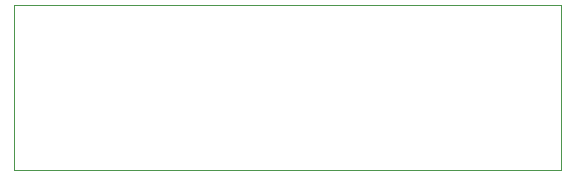
<source format=gm1>
G04 #@! TF.GenerationSoftware,KiCad,Pcbnew,(6.0.5-0)*
G04 #@! TF.CreationDate,2022-10-18T21:30:21-04:00*
G04 #@! TF.ProjectId,TL-Losses-JLCPCB,544c2d4c-6f73-4736-9573-2d4a4c435043,rev?*
G04 #@! TF.SameCoordinates,Original*
G04 #@! TF.FileFunction,Profile,NP*
%FSLAX46Y46*%
G04 Gerber Fmt 4.6, Leading zero omitted, Abs format (unit mm)*
G04 Created by KiCad (PCBNEW (6.0.5-0)) date 2022-10-18 21:30:21*
%MOMM*%
%LPD*%
G01*
G04 APERTURE LIST*
G04 #@! TA.AperFunction,Profile*
%ADD10C,0.100000*%
G04 #@! TD*
G04 APERTURE END LIST*
D10*
X117900000Y-70000000D02*
X164200000Y-70000000D01*
X164200000Y-84000000D02*
X117900000Y-84000000D01*
X164200000Y-84000000D02*
X164200000Y-70000000D01*
X117900000Y-84000000D02*
X117900000Y-70000000D01*
M02*

</source>
